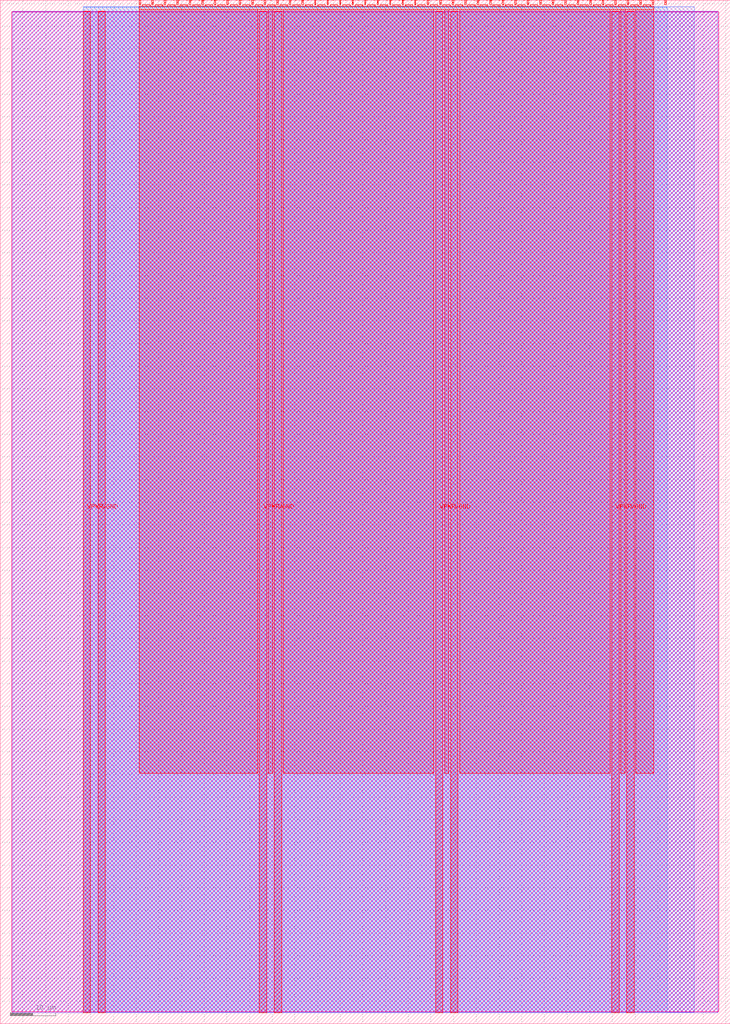
<source format=lef>
VERSION 5.7 ;
  NOWIREEXTENSIONATPIN ON ;
  DIVIDERCHAR "/" ;
  BUSBITCHARS "[]" ;
MACRO tt_um_matrag_chirp_top
  CLASS BLOCK ;
  FOREIGN tt_um_matrag_chirp_top ;
  ORIGIN 0.000 0.000 ;
  SIZE 161.000 BY 225.760 ;
  PIN VGND
    DIRECTION INOUT ;
    USE GROUND ;
    PORT
      LAYER met4 ;
        RECT 21.580 2.480 23.180 223.280 ;
    END
    PORT
      LAYER met4 ;
        RECT 60.450 2.480 62.050 223.280 ;
    END
    PORT
      LAYER met4 ;
        RECT 99.320 2.480 100.920 223.280 ;
    END
    PORT
      LAYER met4 ;
        RECT 138.190 2.480 139.790 223.280 ;
    END
  END VGND
  PIN VPWR
    DIRECTION INOUT ;
    USE POWER ;
    PORT
      LAYER met4 ;
        RECT 18.280 2.480 19.880 223.280 ;
    END
    PORT
      LAYER met4 ;
        RECT 57.150 2.480 58.750 223.280 ;
    END
    PORT
      LAYER met4 ;
        RECT 96.020 2.480 97.620 223.280 ;
    END
    PORT
      LAYER met4 ;
        RECT 134.890 2.480 136.490 223.280 ;
    END
  END VPWR
  PIN clk
    DIRECTION INPUT ;
    USE SIGNAL ;
    ANTENNAGATEAREA 0.852000 ;
    PORT
      LAYER met4 ;
        RECT 143.830 224.760 144.130 225.760 ;
    END
  END clk
  PIN ena
    DIRECTION INPUT ;
    USE SIGNAL ;
    PORT
      LAYER met4 ;
        RECT 146.590 224.760 146.890 225.760 ;
    END
  END ena
  PIN rst_n
    DIRECTION INPUT ;
    USE SIGNAL ;
    ANTENNAGATEAREA 0.196500 ;
    PORT
      LAYER met4 ;
        RECT 141.070 224.760 141.370 225.760 ;
    END
  END rst_n
  PIN ui_in[0]
    DIRECTION INPUT ;
    USE SIGNAL ;
    ANTENNAGATEAREA 0.196500 ;
    PORT
      LAYER met4 ;
        RECT 138.310 224.760 138.610 225.760 ;
    END
  END ui_in[0]
  PIN ui_in[1]
    DIRECTION INPUT ;
    USE SIGNAL ;
    PORT
      LAYER met4 ;
        RECT 135.550 224.760 135.850 225.760 ;
    END
  END ui_in[1]
  PIN ui_in[2]
    DIRECTION INPUT ;
    USE SIGNAL ;
    PORT
      LAYER met4 ;
        RECT 132.790 224.760 133.090 225.760 ;
    END
  END ui_in[2]
  PIN ui_in[3]
    DIRECTION INPUT ;
    USE SIGNAL ;
    PORT
      LAYER met4 ;
        RECT 130.030 224.760 130.330 225.760 ;
    END
  END ui_in[3]
  PIN ui_in[4]
    DIRECTION INPUT ;
    USE SIGNAL ;
    PORT
      LAYER met4 ;
        RECT 127.270 224.760 127.570 225.760 ;
    END
  END ui_in[4]
  PIN ui_in[5]
    DIRECTION INPUT ;
    USE SIGNAL ;
    PORT
      LAYER met4 ;
        RECT 124.510 224.760 124.810 225.760 ;
    END
  END ui_in[5]
  PIN ui_in[6]
    DIRECTION INPUT ;
    USE SIGNAL ;
    PORT
      LAYER met4 ;
        RECT 121.750 224.760 122.050 225.760 ;
    END
  END ui_in[6]
  PIN ui_in[7]
    DIRECTION INPUT ;
    USE SIGNAL ;
    PORT
      LAYER met4 ;
        RECT 118.990 224.760 119.290 225.760 ;
    END
  END ui_in[7]
  PIN uio_in[0]
    DIRECTION INPUT ;
    USE SIGNAL ;
    PORT
      LAYER met4 ;
        RECT 116.230 224.760 116.530 225.760 ;
    END
  END uio_in[0]
  PIN uio_in[1]
    DIRECTION INPUT ;
    USE SIGNAL ;
    PORT
      LAYER met4 ;
        RECT 113.470 224.760 113.770 225.760 ;
    END
  END uio_in[1]
  PIN uio_in[2]
    DIRECTION INPUT ;
    USE SIGNAL ;
    PORT
      LAYER met4 ;
        RECT 110.710 224.760 111.010 225.760 ;
    END
  END uio_in[2]
  PIN uio_in[3]
    DIRECTION INPUT ;
    USE SIGNAL ;
    PORT
      LAYER met4 ;
        RECT 107.950 224.760 108.250 225.760 ;
    END
  END uio_in[3]
  PIN uio_in[4]
    DIRECTION INPUT ;
    USE SIGNAL ;
    PORT
      LAYER met4 ;
        RECT 105.190 224.760 105.490 225.760 ;
    END
  END uio_in[4]
  PIN uio_in[5]
    DIRECTION INPUT ;
    USE SIGNAL ;
    PORT
      LAYER met4 ;
        RECT 102.430 224.760 102.730 225.760 ;
    END
  END uio_in[5]
  PIN uio_in[6]
    DIRECTION INPUT ;
    USE SIGNAL ;
    PORT
      LAYER met4 ;
        RECT 99.670 224.760 99.970 225.760 ;
    END
  END uio_in[6]
  PIN uio_in[7]
    DIRECTION INPUT ;
    USE SIGNAL ;
    PORT
      LAYER met4 ;
        RECT 96.910 224.760 97.210 225.760 ;
    END
  END uio_in[7]
  PIN uio_oe[0]
    DIRECTION OUTPUT ;
    USE SIGNAL ;
    PORT
      LAYER met4 ;
        RECT 49.990 224.760 50.290 225.760 ;
    END
  END uio_oe[0]
  PIN uio_oe[1]
    DIRECTION OUTPUT ;
    USE SIGNAL ;
    PORT
      LAYER met4 ;
        RECT 47.230 224.760 47.530 225.760 ;
    END
  END uio_oe[1]
  PIN uio_oe[2]
    DIRECTION OUTPUT ;
    USE SIGNAL ;
    PORT
      LAYER met4 ;
        RECT 44.470 224.760 44.770 225.760 ;
    END
  END uio_oe[2]
  PIN uio_oe[3]
    DIRECTION OUTPUT ;
    USE SIGNAL ;
    PORT
      LAYER met4 ;
        RECT 41.710 224.760 42.010 225.760 ;
    END
  END uio_oe[3]
  PIN uio_oe[4]
    DIRECTION OUTPUT ;
    USE SIGNAL ;
    PORT
      LAYER met4 ;
        RECT 38.950 224.760 39.250 225.760 ;
    END
  END uio_oe[4]
  PIN uio_oe[5]
    DIRECTION OUTPUT ;
    USE SIGNAL ;
    PORT
      LAYER met4 ;
        RECT 36.190 224.760 36.490 225.760 ;
    END
  END uio_oe[5]
  PIN uio_oe[6]
    DIRECTION OUTPUT ;
    USE SIGNAL ;
    PORT
      LAYER met4 ;
        RECT 33.430 224.760 33.730 225.760 ;
    END
  END uio_oe[6]
  PIN uio_oe[7]
    DIRECTION OUTPUT ;
    USE SIGNAL ;
    PORT
      LAYER met4 ;
        RECT 30.670 224.760 30.970 225.760 ;
    END
  END uio_oe[7]
  PIN uio_out[0]
    DIRECTION OUTPUT ;
    USE SIGNAL ;
    ANTENNADIFFAREA 0.795200 ;
    PORT
      LAYER met4 ;
        RECT 72.070 224.760 72.370 225.760 ;
    END
  END uio_out[0]
  PIN uio_out[1]
    DIRECTION OUTPUT ;
    USE SIGNAL ;
    PORT
      LAYER met4 ;
        RECT 69.310 224.760 69.610 225.760 ;
    END
  END uio_out[1]
  PIN uio_out[2]
    DIRECTION OUTPUT ;
    USE SIGNAL ;
    PORT
      LAYER met4 ;
        RECT 66.550 224.760 66.850 225.760 ;
    END
  END uio_out[2]
  PIN uio_out[3]
    DIRECTION OUTPUT ;
    USE SIGNAL ;
    PORT
      LAYER met4 ;
        RECT 63.790 224.760 64.090 225.760 ;
    END
  END uio_out[3]
  PIN uio_out[4]
    DIRECTION OUTPUT ;
    USE SIGNAL ;
    PORT
      LAYER met4 ;
        RECT 61.030 224.760 61.330 225.760 ;
    END
  END uio_out[4]
  PIN uio_out[5]
    DIRECTION OUTPUT ;
    USE SIGNAL ;
    PORT
      LAYER met4 ;
        RECT 58.270 224.760 58.570 225.760 ;
    END
  END uio_out[5]
  PIN uio_out[6]
    DIRECTION OUTPUT ;
    USE SIGNAL ;
    PORT
      LAYER met4 ;
        RECT 55.510 224.760 55.810 225.760 ;
    END
  END uio_out[6]
  PIN uio_out[7]
    DIRECTION OUTPUT ;
    USE SIGNAL ;
    PORT
      LAYER met4 ;
        RECT 52.750 224.760 53.050 225.760 ;
    END
  END uio_out[7]
  PIN uo_out[0]
    DIRECTION OUTPUT ;
    USE SIGNAL ;
    ANTENNADIFFAREA 0.445500 ;
    PORT
      LAYER met4 ;
        RECT 94.150 224.760 94.450 225.760 ;
    END
  END uo_out[0]
  PIN uo_out[1]
    DIRECTION OUTPUT ;
    USE SIGNAL ;
    ANTENNADIFFAREA 0.445500 ;
    PORT
      LAYER met4 ;
        RECT 91.390 224.760 91.690 225.760 ;
    END
  END uo_out[1]
  PIN uo_out[2]
    DIRECTION OUTPUT ;
    USE SIGNAL ;
    ANTENNADIFFAREA 0.445500 ;
    PORT
      LAYER met4 ;
        RECT 88.630 224.760 88.930 225.760 ;
    END
  END uo_out[2]
  PIN uo_out[3]
    DIRECTION OUTPUT ;
    USE SIGNAL ;
    ANTENNADIFFAREA 0.445500 ;
    PORT
      LAYER met4 ;
        RECT 85.870 224.760 86.170 225.760 ;
    END
  END uo_out[3]
  PIN uo_out[4]
    DIRECTION OUTPUT ;
    USE SIGNAL ;
    ANTENNADIFFAREA 0.445500 ;
    PORT
      LAYER met4 ;
        RECT 83.110 224.760 83.410 225.760 ;
    END
  END uo_out[4]
  PIN uo_out[5]
    DIRECTION OUTPUT ;
    USE SIGNAL ;
    ANTENNADIFFAREA 0.445500 ;
    PORT
      LAYER met4 ;
        RECT 80.350 224.760 80.650 225.760 ;
    END
  END uo_out[5]
  PIN uo_out[6]
    DIRECTION OUTPUT ;
    USE SIGNAL ;
    ANTENNADIFFAREA 0.445500 ;
    PORT
      LAYER met4 ;
        RECT 77.590 224.760 77.890 225.760 ;
    END
  END uo_out[6]
  PIN uo_out[7]
    DIRECTION OUTPUT ;
    USE SIGNAL ;
    ANTENNADIFFAREA 0.445500 ;
    PORT
      LAYER met4 ;
        RECT 74.830 224.760 75.130 225.760 ;
    END
  END uo_out[7]
  OBS
      LAYER nwell ;
        RECT 2.570 2.635 158.430 223.230 ;
      LAYER li1 ;
        RECT 2.760 2.635 158.240 223.125 ;
      LAYER met1 ;
        RECT 2.760 2.480 158.240 223.280 ;
      LAYER met2 ;
        RECT 18.310 2.535 153.080 224.245 ;
      LAYER met3 ;
        RECT 18.290 2.555 147.135 224.225 ;
      LAYER met4 ;
        RECT 31.370 224.360 33.030 224.760 ;
        RECT 34.130 224.360 35.790 224.760 ;
        RECT 36.890 224.360 38.550 224.760 ;
        RECT 39.650 224.360 41.310 224.760 ;
        RECT 42.410 224.360 44.070 224.760 ;
        RECT 45.170 224.360 46.830 224.760 ;
        RECT 47.930 224.360 49.590 224.760 ;
        RECT 50.690 224.360 52.350 224.760 ;
        RECT 53.450 224.360 55.110 224.760 ;
        RECT 56.210 224.360 57.870 224.760 ;
        RECT 58.970 224.360 60.630 224.760 ;
        RECT 61.730 224.360 63.390 224.760 ;
        RECT 64.490 224.360 66.150 224.760 ;
        RECT 67.250 224.360 68.910 224.760 ;
        RECT 70.010 224.360 71.670 224.760 ;
        RECT 72.770 224.360 74.430 224.760 ;
        RECT 75.530 224.360 77.190 224.760 ;
        RECT 78.290 224.360 79.950 224.760 ;
        RECT 81.050 224.360 82.710 224.760 ;
        RECT 83.810 224.360 85.470 224.760 ;
        RECT 86.570 224.360 88.230 224.760 ;
        RECT 89.330 224.360 90.990 224.760 ;
        RECT 92.090 224.360 93.750 224.760 ;
        RECT 94.850 224.360 96.510 224.760 ;
        RECT 97.610 224.360 99.270 224.760 ;
        RECT 100.370 224.360 102.030 224.760 ;
        RECT 103.130 224.360 104.790 224.760 ;
        RECT 105.890 224.360 107.550 224.760 ;
        RECT 108.650 224.360 110.310 224.760 ;
        RECT 111.410 224.360 113.070 224.760 ;
        RECT 114.170 224.360 115.830 224.760 ;
        RECT 116.930 224.360 118.590 224.760 ;
        RECT 119.690 224.360 121.350 224.760 ;
        RECT 122.450 224.360 124.110 224.760 ;
        RECT 125.210 224.360 126.870 224.760 ;
        RECT 127.970 224.360 129.630 224.760 ;
        RECT 130.730 224.360 132.390 224.760 ;
        RECT 133.490 224.360 135.150 224.760 ;
        RECT 136.250 224.360 137.910 224.760 ;
        RECT 139.010 224.360 140.670 224.760 ;
        RECT 141.770 224.360 143.430 224.760 ;
        RECT 30.655 223.680 144.145 224.360 ;
        RECT 30.655 55.255 56.750 223.680 ;
        RECT 59.150 55.255 60.050 223.680 ;
        RECT 62.450 55.255 95.620 223.680 ;
        RECT 98.020 55.255 98.920 223.680 ;
        RECT 101.320 55.255 134.490 223.680 ;
        RECT 136.890 55.255 137.790 223.680 ;
        RECT 140.190 55.255 144.145 223.680 ;
  END
END tt_um_matrag_chirp_top
END LIBRARY


</source>
